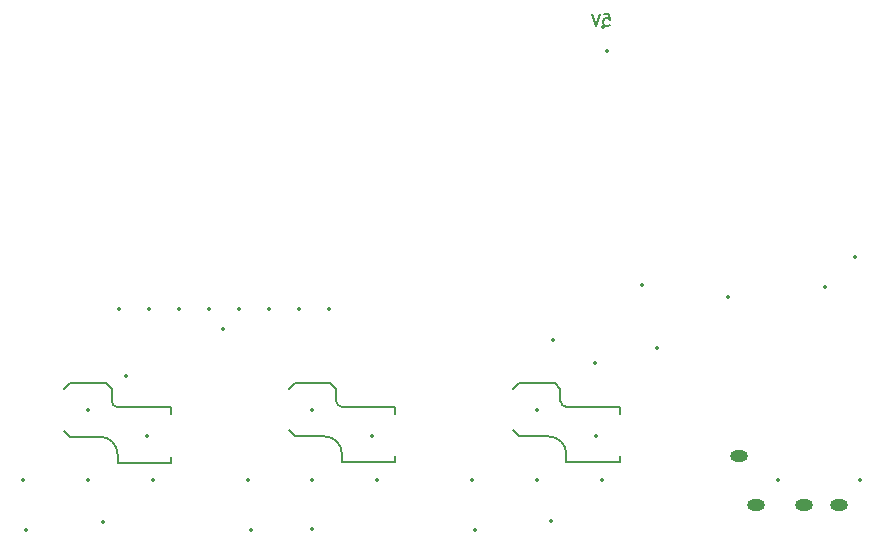
<source format=gbo>
%TF.GenerationSoftware,KiCad,Pcbnew,7.0.7*%
%TF.CreationDate,2024-08-20T00:07:21+09:00*%
%TF.ProjectId,trackmacro,74726163-6b6d-4616-9372-6f2e6b696361,rev?*%
%TF.SameCoordinates,Original*%
%TF.FileFunction,Legend,Bot*%
%TF.FilePolarity,Positive*%
%FSLAX46Y46*%
G04 Gerber Fmt 4.6, Leading zero omitted, Abs format (unit mm)*
G04 Created by KiCad (PCBNEW 7.0.7) date 2024-08-20 00:07:21*
%MOMM*%
%LPD*%
G01*
G04 APERTURE LIST*
%ADD10C,0.150000*%
%ADD11C,0.350000*%
%ADD12O,1.500000X1.000000*%
G04 APERTURE END LIST*
D10*
X73660476Y-40109819D02*
X74136666Y-40109819D01*
X74136666Y-40109819D02*
X74184285Y-40586009D01*
X74184285Y-40586009D02*
X74136666Y-40538390D01*
X74136666Y-40538390D02*
X74041428Y-40490771D01*
X74041428Y-40490771D02*
X73803333Y-40490771D01*
X73803333Y-40490771D02*
X73708095Y-40538390D01*
X73708095Y-40538390D02*
X73660476Y-40586009D01*
X73660476Y-40586009D02*
X73612857Y-40681247D01*
X73612857Y-40681247D02*
X73612857Y-40919342D01*
X73612857Y-40919342D02*
X73660476Y-41014580D01*
X73660476Y-41014580D02*
X73708095Y-41062200D01*
X73708095Y-41062200D02*
X73803333Y-41109819D01*
X73803333Y-41109819D02*
X74041428Y-41109819D01*
X74041428Y-41109819D02*
X74136666Y-41062200D01*
X74136666Y-41062200D02*
X74184285Y-41014580D01*
X73327142Y-40109819D02*
X72993809Y-41109819D01*
X72993809Y-41109819D02*
X72660476Y-40109819D01*
%TO.C,SW3*%
X74995000Y-78075000D02*
X74995000Y-77575000D01*
X74995000Y-73975000D02*
X74995000Y-73375000D01*
X74995000Y-73375000D02*
X70495000Y-73375000D01*
X70495000Y-78075000D02*
X74995000Y-78075000D01*
X70495000Y-77375000D02*
X70495000Y-78075000D01*
X69995000Y-72875000D02*
X69995000Y-71875000D01*
X69495000Y-71375000D02*
X69995000Y-71875000D01*
X66495000Y-75875000D02*
X68995000Y-75875000D01*
X66495000Y-71375000D02*
X69495000Y-71375000D01*
X65995000Y-75375000D02*
X66495000Y-75875000D01*
X65995000Y-71875000D02*
X66495000Y-71375000D01*
X69995000Y-72875000D02*
G75*
G03*
X70495000Y-73375000I500001J1D01*
G01*
X70495000Y-77375000D02*
G75*
G03*
X68995000Y-75875000I-1500001J-1D01*
G01*
%TO.C,SW2*%
X56000000Y-78075000D02*
X56000000Y-77575000D01*
X56000000Y-73975000D02*
X56000000Y-73375000D01*
X56000000Y-73375000D02*
X51500000Y-73375000D01*
X51500000Y-78075000D02*
X56000000Y-78075000D01*
X51500000Y-77375000D02*
X51500000Y-78075000D01*
X51000000Y-72875000D02*
X51000000Y-71875000D01*
X50500000Y-71375000D02*
X51000000Y-71875000D01*
X47500000Y-75875000D02*
X50000000Y-75875000D01*
X47500000Y-71375000D02*
X50500000Y-71375000D01*
X47000000Y-75375000D02*
X47500000Y-75875000D01*
X47000000Y-71875000D02*
X47500000Y-71375000D01*
X51000000Y-72875000D02*
G75*
G03*
X51500000Y-73375000I500001J1D01*
G01*
X51500000Y-77375000D02*
G75*
G03*
X50000000Y-75875000I-1500001J-1D01*
G01*
%TO.C,SW1*%
X37000000Y-78100000D02*
X37000000Y-77600000D01*
X37000000Y-74000000D02*
X37000000Y-73400000D01*
X37000000Y-73400000D02*
X32500000Y-73400000D01*
X32500000Y-78100000D02*
X37000000Y-78100000D01*
X32500000Y-77400000D02*
X32500000Y-78100000D01*
X32000000Y-72900000D02*
X32000000Y-71900000D01*
X31500000Y-71400000D02*
X32000000Y-71900000D01*
X28500000Y-75900000D02*
X31000000Y-75900000D01*
X28500000Y-71400000D02*
X31500000Y-71400000D01*
X28000000Y-75400000D02*
X28500000Y-75900000D01*
X28000000Y-71900000D02*
X28500000Y-71400000D01*
X32000000Y-72900000D02*
G75*
G03*
X32500000Y-73400000I500001J1D01*
G01*
X32500000Y-77400000D02*
G75*
G03*
X31000000Y-75900000I-1500001J-1D01*
G01*
%TD*%
D11*
X92402300Y-63239300D03*
X31277500Y-83087500D03*
X49000000Y-83700900D03*
X69223600Y-83074400D03*
X72900000Y-69700000D03*
X73950000Y-43275000D03*
X41419349Y-66804229D03*
X73575000Y-41175000D03*
X84175000Y-64075000D03*
X69375000Y-67675500D03*
X76875000Y-63075000D03*
X78200000Y-68375000D03*
X33175000Y-70790400D03*
X94960000Y-60656800D03*
X95375000Y-79600000D03*
X88375000Y-79600000D03*
D12*
X85075000Y-77500000D03*
X93575000Y-81700000D03*
X90575000Y-81700000D03*
X86575000Y-81700000D03*
D11*
X73495000Y-79575000D03*
X72995000Y-75825000D03*
X67995000Y-79575000D03*
X67995000Y-73625000D03*
X62775000Y-83775000D03*
X62495000Y-79575000D03*
X54500000Y-79575000D03*
X54000000Y-75825000D03*
X49000000Y-79575000D03*
X49000000Y-73625000D03*
X43780000Y-83775000D03*
X43500000Y-79575000D03*
X35500000Y-79600000D03*
X35000000Y-75850000D03*
X30000000Y-79600000D03*
X30000000Y-73650000D03*
X24780000Y-83800000D03*
X24500000Y-79600000D03*
X50400000Y-65100000D03*
X47860000Y-65100000D03*
X45320000Y-65100000D03*
X42780000Y-65100000D03*
X40240000Y-65100000D03*
X37700000Y-65100000D03*
X35160000Y-65100000D03*
X32620000Y-65100000D03*
M02*

</source>
